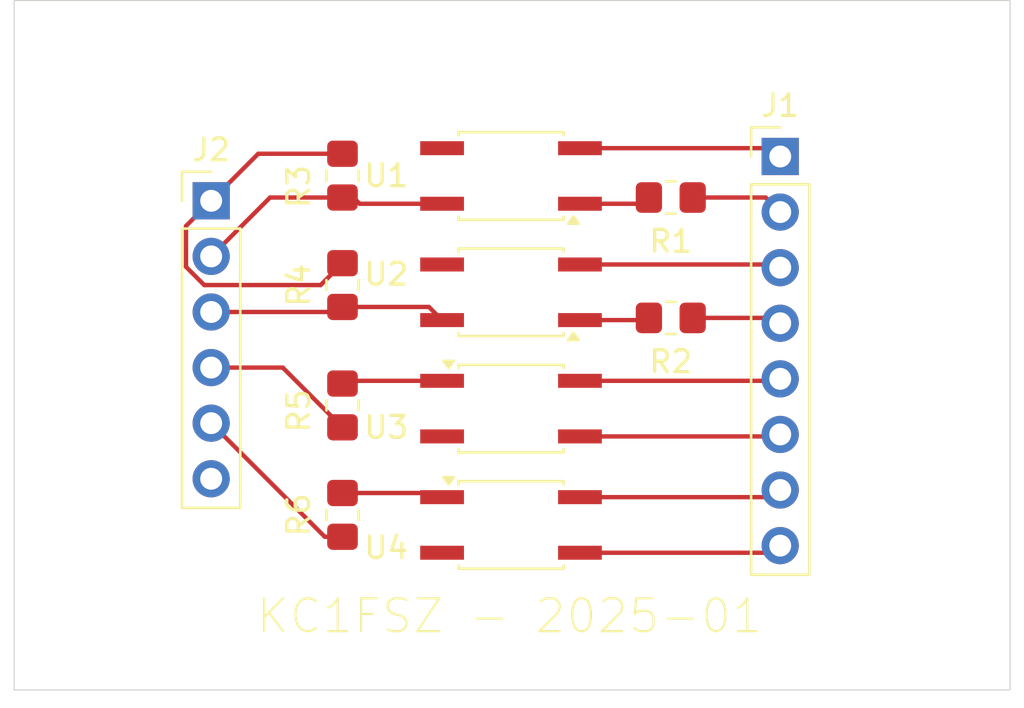
<source format=kicad_pcb>
(kicad_pcb (version 20240108) (generator "pcbnew") (generator_version "8.0")
  (layers (0 "F.Cu" signal) (31 "B.Cu" signal) (34 "B.Paste" user) (35 "F.Paste" user) (36 "B.SilkS" user "B.Silkscreen") (37 "F.SilkS" user "F.Silkscreen") (38 "B.Mask" user) (39 "F.Mask" user) (44 "Edge.Cuts" user))
  (net 0 "")
  (net 1 "RADIO0-PTT-N")
  (net 2 "RADIO1-PTT-P")
  (net 3 "RADIO1-PTT-N")
  (net 4 "RADIO0-COS-N")
  (net 5 "RADIO1-COS-N")
  (net 6 "RADIO1-COS-P")
  (net 7 "RADIO0-PTT-P")
  (net 8 "RADIO0-COS-P")
  (net 9 "PTT0")
  (net 10 "PTT1")
  (net 11 "GND")
  (net 12 "COS1")
  (net 13 "COS0")
  (net 14 "+3.3V")
  (net 15 "Net-(R1-Pad2)")
  (net 16 "Net-(R2-Pad2)")
  (net 17 "Net-(R5-Pad2)")
  (net 18 "Net-(R6-Pad2)")
  (footprint "Package_SO:SO-4_4.4x3.6mm_P2.54mm" (layer "F.Cu") (at 156.7 93.145)
    (property "Reference" "U3" (at -5.7 0.855 0) (layer "F.SilkS"))
    (property "Value" "LTV-356T")
    (fp_line (start -2.4 -2) (end 2.4 -2) (stroke (width 0.12)) (layer "F.SilkS"))
    (fp_line (start -2.4 -1.85) (end -2.4 -2) (stroke (width 0.12)) (layer "F.SilkS"))
    (fp_line (start -2.4 2) (end -2.4 1.85) (stroke (width 0.12)) (layer "F.SilkS"))
    (fp_line (start 2.4 -2) (end 2.4 -1.85) (stroke (width 0.12)) (layer "F.SilkS"))
    (fp_line (start 2.4 1.85) (end 2.4 2) (stroke (width 0.12)) (layer "F.SilkS"))
    (fp_line (start 2.4 2) (end -2.4 2) (stroke (width 0.12)) (layer "F.SilkS"))
    (fp_poly (pts (xy -2.85 -1.85) (xy -3.09 -2.18) (xy -2.61 -2.18) (xy -2.85 -1.85)) (stroke (width 0.12)) (fill solid) (layer "F.SilkS"))
    (pad "1" smd rect (at -3.15 -1.27) (size 2 0.64) (layers "F.Cu" "F.Paste" "F.Mask") (net 17 "Net-(R5-Pad2)"))
    (pad "2" smd rect (at -3.15 1.27) (size 2 0.64) (layers "F.Cu" "F.Paste" "F.Mask") (net 11 "GND"))
    (pad "3" smd rect (at 3.15 1.27) (size 2 0.64) (layers "F.Cu" "F.Paste" "F.Mask") (net 1 "RADIO0-PTT-N"))
    (pad "4" smd rect (at 3.15 -1.27) (size 2 0.64) (layers "F.Cu" "F.Paste" "F.Mask") (net 7 "RADIO0-PTT-P"))
  )
  (footprint "MountingHole:MountingHole_3.5mm" (layer "F.Cu") (at 175 79)
    (property "Reference" "H3" (hide yes))
    (property "Value" "MountingHole")
    (pad "" np_thru_hole circle (at 0 0) (size 3.5 3.5) (drill 3.5) (layers "*.Cu" "*.Mask"))
  )
  (footprint "Resistor_SMD:R_0805_2012Metric_Pad1.20x1.40mm_HandSolder" (layer "F.Cu") (at 164 89 180)
    (property "Reference" "R2" (at 0 -2 360) (layer "F.SilkS"))
    (property "Value" "220")
    (fp_line (start -0.227064 0.735) (end 0.227064 0.735) (stroke (width 0.12)) (layer "F.SilkS"))
    (fp_line (start -0.227064 -0.735) (end 0.227064 -0.735) (stroke (width 0.12)) (layer "F.SilkS"))
    (pad "1" smd roundrect (at -1 0 180) (size 1.2 1.4) (layers "F.Cu" "F.Paste" "F.Mask") (roundrect_rratio 0.208333) (net 6 "RADIO1-COS-P"))
    (pad "2" smd roundrect (at 1 0 180) (size 1.2 1.4) (layers "F.Cu" "F.Paste" "F.Mask") (roundrect_rratio 0.208333) (net 16 "Net-(R2-Pad2)"))
  )
  (footprint "Connector_PinHeader_2.54mm:PinHeader_1x06_P2.54mm_Vertical" (layer "F.Cu") (at 143 83.65)
    (property "Reference" "J2" (at 0 -2.33 0) (layer "F.SilkS"))
    (property "Value" "Conn_01x06")
    (fp_line (start -1.33 -1.33) (end 0 -1.33) (stroke (width 0.12)) (layer "F.SilkS"))
    (fp_line (start -1.33 0) (end -1.33 -1.33) (stroke (width 0.12)) (layer "F.SilkS"))
    (fp_line (start -1.33 1.27) (end -1.33 14.03) (stroke (width 0.12)) (layer "F.SilkS"))
    (fp_line (start -1.33 1.27) (end 1.33 1.27) (stroke (width 0.12)) (layer "F.SilkS"))
    (fp_line (start -1.33 14.03) (end 1.33 14.03) (stroke (width 0.12)) (layer "F.SilkS"))
    (fp_line (start 1.33 1.27) (end 1.33 14.03) (stroke (width 0.12)) (layer "F.SilkS"))
    (pad "1" thru_hole rect (at 0 0) (size 1.7 1.7) (drill 1) (layers "*.Cu" "*.Mask") (net 14 "+3.3V"))
    (pad "2" thru_hole oval (at 0 2.54) (size 1.7 1.7) (drill 1) (layers "*.Cu" "*.Mask") (net 13 "COS0"))
    (pad "3" thru_hole oval (at 0 5.08) (size 1.7 1.7) (drill 1) (layers "*.Cu" "*.Mask") (net 12 "COS1"))
    (pad "4" thru_hole oval (at 0 7.62) (size 1.7 1.7) (drill 1) (layers "*.Cu" "*.Mask") (net 9 "PTT0"))
    (pad "5" thru_hole oval (at 0 10.16) (size 1.7 1.7) (drill 1) (layers "*.Cu" "*.Mask") (net 10 "PTT1"))
    (pad "6" thru_hole oval (at 0 12.7) (size 1.7 1.7) (drill 1) (layers "*.Cu" "*.Mask") (net 11 "GND"))
  )
  (footprint "MountingHole:MountingHole_3.5mm" (layer "F.Cu") (at 138.5 101.5)
    (property "Reference" "H2" (hide yes))
    (property "Value" "MountingHole")
    (pad "" np_thru_hole circle (at 0 0) (size 3.5 3.5) (drill 3.5) (layers "*.Cu" "*.Mask"))
  )
  (footprint "Connector_PinHeader_2.54mm:PinHeader_1x08_P2.54mm_Vertical" (layer "F.Cu") (at 169 81.625)
    (property "Reference" "J1" (at 0 -2.33 0) (layer "F.SilkS"))
    (property "Value" "Conn_01x08")
    (fp_line (start -1.33 -1.33) (end 0 -1.33) (stroke (width 0.12)) (layer "F.SilkS"))
    (fp_line (start -1.33 0) (end -1.33 -1.33) (stroke (width 0.12)) (layer "F.SilkS"))
    (fp_line (start -1.33 1.27) (end -1.33 19.11) (stroke (width 0.12)) (layer "F.SilkS"))
    (fp_line (start -1.33 1.27) (end 1.33 1.27) (stroke (width 0.12)) (layer "F.SilkS"))
    (fp_line (start -1.33 19.11) (end 1.33 19.11) (stroke (width 0.12)) (layer "F.SilkS"))
    (fp_line (start 1.33 1.27) (end 1.33 19.11) (stroke (width 0.12)) (layer "F.SilkS"))
    (pad "1" thru_hole rect (at 0 0) (size 1.7 1.7) (drill 1) (layers "*.Cu" "*.Mask") (net 4 "RADIO0-COS-N"))
    (pad "2" thru_hole oval (at 0 2.54) (size 1.7 1.7) (drill 1) (layers "*.Cu" "*.Mask") (net 8 "RADIO0-COS-P"))
    (pad "3" thru_hole oval (at 0 5.08) (size 1.7 1.7) (drill 1) (layers "*.Cu" "*.Mask") (net 5 "RADIO1-COS-N"))
    (pad "4" thru_hole oval (at 0 7.62) (size 1.7 1.7) (drill 1) (layers "*.Cu" "*.Mask") (net 6 "RADIO1-COS-P"))
    (pad "5" thru_hole oval (at 0 10.16) (size 1.7 1.7) (drill 1) (layers "*.Cu" "*.Mask") (net 7 "RADIO0-PTT-P"))
    (pad "6" thru_hole oval (at 0 12.7) (size 1.7 1.7) (drill 1) (layers "*.Cu" "*.Mask") (net 1 "RADIO0-PTT-N"))
    (pad "7" thru_hole oval (at 0 15.24) (size 1.7 1.7) (drill 1) (layers "*.Cu" "*.Mask") (net 2 "RADIO1-PTT-P"))
    (pad "8" thru_hole oval (at 0 17.78) (size 1.7 1.7) (drill 1) (layers "*.Cu" "*.Mask") (net 3 "RADIO1-PTT-N"))
  )
  (footprint "Resistor_SMD:R_0805_2012Metric_Pad1.20x1.40mm_HandSolder" (layer "F.Cu") (at 149 82.5 -90)
    (property "Reference" "R3" (at 0.5 2 90) (layer "F.SilkS"))
    (property "Value" "1k")
    (fp_line (start -0.227064 0.735) (end 0.227064 0.735) (stroke (width 0.12)) (layer "F.SilkS"))
    (fp_line (start -0.227064 -0.735) (end 0.227064 -0.735) (stroke (width 0.12)) (layer "F.SilkS"))
    (pad "1" smd roundrect (at -1 0 270) (size 1.2 1.4) (layers "F.Cu" "F.Paste" "F.Mask") (roundrect_rratio 0.208333) (net 14 "+3.3V"))
    (pad "2" smd roundrect (at 1 0 270) (size 1.2 1.4) (layers "F.Cu" "F.Paste" "F.Mask") (roundrect_rratio 0.208333) (net 13 "COS0"))
  )
  (footprint "Resistor_SMD:R_0805_2012Metric_Pad1.20x1.40mm_HandSolder" (layer "F.Cu") (at 149 93 90)
    (property "Reference" "R5" (at -0.25 -2 90) (layer "F.SilkS"))
    (property "Value" "200")
    (fp_line (start -0.227064 -0.735) (end 0.227064 -0.735) (stroke (width 0.12)) (layer "F.SilkS"))
    (fp_line (start -0.227064 0.735) (end 0.227064 0.735) (stroke (width 0.12)) (layer "F.SilkS"))
    (pad "1" smd roundrect (at -1 0 90) (size 1.2 1.4) (layers "F.Cu" "F.Paste" "F.Mask") (roundrect_rratio 0.208333) (net 9 "PTT0"))
    (pad "2" smd roundrect (at 1 0 90) (size 1.2 1.4) (layers "F.Cu" "F.Paste" "F.Mask") (roundrect_rratio 0.208333) (net 17 "Net-(R5-Pad2)"))
  )
  (footprint "Resistor_SMD:R_0805_2012Metric_Pad1.20x1.40mm_HandSolder" (layer "F.Cu") (at 149 98 90)
    (property "Reference" "R6" (at 0 -2 90) (layer "F.SilkS"))
    (property "Value" "200")
    (fp_line (start -0.227064 -0.735) (end 0.227064 -0.735) (stroke (width 0.12)) (layer "F.SilkS"))
    (fp_line (start -0.227064 0.735) (end 0.227064 0.735) (stroke (width 0.12)) (layer "F.SilkS"))
    (pad "1" smd roundrect (at -1 0 90) (size 1.2 1.4) (layers "F.Cu" "F.Paste" "F.Mask") (roundrect_rratio 0.208333) (net 10 "PTT1"))
    (pad "2" smd roundrect (at 1 0 90) (size 1.2 1.4) (layers "F.Cu" "F.Paste" "F.Mask") (roundrect_rratio 0.208333) (net 18 "Net-(R6-Pad2)"))
  )
  (footprint "MountingHole:MountingHole_3.5mm" (layer "F.Cu") (at 175 101.5)
    (property "Reference" "H4" (hide yes))
    (property "Value" "MountingHole")
    (pad "" np_thru_hole circle (at 0 0) (size 3.5 3.5) (drill 3.5) (layers "*.Cu" "*.Mask"))
  )
  (footprint "MountingHole:MountingHole_3.5mm" (layer "F.Cu") (at 138.5 79)
    (property "Reference" "H1" (hide yes))
    (property "Value" "MountingHole")
    (pad "" np_thru_hole circle (at 0 0) (size 3.5 3.5) (drill 3.5) (layers "*.Cu" "*.Mask"))
  )
  (footprint "Package_SO:SO-4_4.4x3.6mm_P2.54mm" (layer "F.Cu") (at 156.7 87.83 180)
    (property "Reference" "U2" (at 5.7 0.83 360) (layer "F.SilkS"))
    (property "Value" "LTV-356T")
    (fp_line (start 2.4 2) (end -2.4 2) (stroke (width 0.12)) (layer "F.SilkS"))
    (fp_line (start 2.4 1.85) (end 2.4 2) (stroke (width 0.12)) (layer "F.SilkS"))
    (fp_line (start 2.4 -2) (end 2.4 -1.85) (stroke (width 0.12)) (layer "F.SilkS"))
    (fp_line (start -2.4 2) (end -2.4 1.85) (stroke (width 0.12)) (layer "F.SilkS"))
    (fp_line (start -2.4 -1.85) (end -2.4 -2) (stroke (width 0.12)) (layer "F.SilkS"))
    (fp_line (start -2.4 -2) (end 2.4 -2) (stroke (width 0.12)) (layer "F.SilkS"))
    (fp_poly (pts (xy -2.85 -1.85) (xy -3.09 -2.18) (xy -2.61 -2.18) (xy -2.85 -1.85)) (stroke (width 0.12)) (fill solid) (layer "F.SilkS"))
    (pad "1" smd rect (at -3.15 -1.27 180) (size 2 0.64) (layers "F.Cu" "F.Paste" "F.Mask") (net 16 "Net-(R2-Pad2)"))
    (pad "2" smd rect (at -3.15 1.27 180) (size 2 0.64) (layers "F.Cu" "F.Paste" "F.Mask") (net 5 "RADIO1-COS-N"))
    (pad "3" smd rect (at 3.15 1.27 180) (size 2 0.64) (layers "F.Cu" "F.Paste" "F.Mask") (net 11 "GND"))
    (pad "4" smd rect (at 3.15 -1.27 180) (size 2 0.64) (layers "F.Cu" "F.Paste" "F.Mask") (net 12 "COS1"))
  )
  (footprint "Package_SO:SO-4_4.4x3.6mm_P2.54mm" (layer "F.Cu") (at 156.7 82.515 180)
    (property "Reference" "U1" (at 5.7 0.015 360) (layer "F.SilkS"))
    (property "Value" "LTV-356T")
    (fp_line (start 2.4 2) (end -2.4 2) (stroke (width 0.12)) (layer "F.SilkS"))
    (fp_line (start 2.4 1.85) (end 2.4 2) (stroke (width 0.12)) (layer "F.SilkS"))
    (fp_line (start 2.4 -2) (end 2.4 -1.85) (stroke (width 0.12)) (layer "F.SilkS"))
    (fp_line (start -2.4 2) (end -2.4 1.85) (stroke (width 0.12)) (layer "F.SilkS"))
    (fp_line (start -2.4 -1.85) (end -2.4 -2) (stroke (width 0.12)) (layer "F.SilkS"))
    (fp_line (start -2.4 -2) (end 2.4 -2) (stroke (width 0.12)) (layer "F.SilkS"))
    (fp_poly (pts (xy -2.85 -1.85) (xy -3.09 -2.18) (xy -2.61 -2.18) (xy -2.85 -1.85)) (stroke (width 0.12)) (fill solid) (layer "F.SilkS"))
    (pad "1" smd rect (at -3.15 -1.27 180) (size 2 0.64) (layers "F.Cu" "F.Paste" "F.Mask") (net 15 "Net-(R1-Pad2)"))
    (pad "2" smd rect (at -3.15 1.27 180) (size 2 0.64) (layers "F.Cu" "F.Paste" "F.Mask") (net 4 "RADIO0-COS-N"))
    (pad "3" smd rect (at 3.15 1.27 180) (size 2 0.64) (layers "F.Cu" "F.Paste" "F.Mask") (net 11 "GND"))
    (pad "4" smd rect (at 3.15 -1.27 180) (size 2 0.64) (layers "F.Cu" "F.Paste" "F.Mask") (net 13 "COS0"))
  )
  (footprint "Resistor_SMD:R_0805_2012Metric_Pad1.20x1.40mm_HandSolder" (layer "F.Cu") (at 149 87.5 -90)
    (property "Reference" "R4" (at 0 2 90) (layer "F.SilkS"))
    (property "Value" "1k")
    (fp_line (start -0.227064 0.735) (end 0.227064 0.735) (stroke (width 0.12)) (layer "F.SilkS"))
    (fp_line (start -0.227064 -0.735) (end 0.227064 -0.735) (stroke (width 0.12)) (layer "F.SilkS"))
    (pad "1" smd roundrect (at -1 0 270) (size 1.2 1.4) (layers "F.Cu" "F.Paste" "F.Mask") (roundrect_rratio 0.208333) (net 14 "+3.3V"))
    (pad "2" smd roundrect (at 1 0 270) (size 1.2 1.4) (layers "F.Cu" "F.Paste" "F.Mask") (roundrect_rratio 0.208333) (net 12 "COS1"))
  )
  (footprint "Package_SO:SO-4_4.4x3.6mm_P2.54mm" (layer "F.Cu") (at 156.7 98.46)
    (property "Reference" "U4" (at -5.7 1.04 0) (layer "F.SilkS"))
    (property "Value" "LTV-356T")
    (fp_line (start -2.4 -2) (end 2.4 -2) (stroke (width 0.12)) (layer "F.SilkS"))
    (fp_line (start -2.4 -1.85) (end -2.4 -2) (stroke (width 0.12)) (layer "F.SilkS"))
    (fp_line (start -2.4 2) (end -2.4 1.85) (stroke (width 0.12)) (layer "F.SilkS"))
    (fp_line (start 2.4 -2) (end 2.4 -1.85) (stroke (width 0.12)) (layer "F.SilkS"))
    (fp_line (start 2.4 1.85) (end 2.4 2) (stroke (width 0.12)) (layer "F.SilkS"))
    (fp_line (start 2.4 2) (end -2.4 2) (stroke (width 0.12)) (layer "F.SilkS"))
    (fp_poly (pts (xy -2.85 -1.85) (xy -3.09 -2.18) (xy -2.61 -2.18) (xy -2.85 -1.85)) (stroke (width 0.12)) (fill solid) (layer "F.SilkS"))
    (pad "1" smd rect (at -3.15 -1.27) (size 2 0.64) (layers "F.Cu" "F.Paste" "F.Mask") (net 18 "Net-(R6-Pad2)"))
    (pad "2" smd rect (at -3.15 1.27) (size 2 0.64) (layers "F.Cu" "F.Paste" "F.Mask") (net 11 "GND"))
    (pad "3" smd rect (at 3.15 1.27) (size 2 0.64) (layers "F.Cu" "F.Paste" "F.Mask") (net 3 "RADIO1-PTT-N"))
    (pad "4" smd rect (at 3.15 -1.27) (size 2 0.64) (layers "F.Cu" "F.Paste" "F.Mask") (net 2 "RADIO1-PTT-P"))
  )
  (footprint "Resistor_SMD:R_0805_2012Metric_Pad1.20x1.40mm_HandSolder" (layer "F.Cu") (at 164 83.5 180)
    (property "Reference" "R1" (at 0 -2 360) (layer "F.SilkS"))
    (property "Value" "220")
    (fp_line (start -0.227064 0.735) (end 0.227064 0.735) (stroke (width 0.12)) (layer "F.SilkS"))
    (fp_line (start -0.227064 -0.735) (end 0.227064 -0.735) (stroke (width 0.12)) (layer "F.SilkS"))
    (pad "1" smd roundrect (at -1 0 180) (size 1.2 1.4) (layers "F.Cu" "F.Paste" "F.Mask") (roundrect_rratio 0.208333) (net 8 "RADIO0-COS-P"))
    (pad "2" smd roundrect (at 1 0 180) (size 1.2 1.4) (layers "F.Cu" "F.Paste" "F.Mask") (roundrect_rratio 0.208333) (net 15 "Net-(R1-Pad2)"))
  )
  (gr_rect (start 134 74.5) (end 179.5 106) (stroke (width 0.05)) (fill none) (layer "Edge.Cuts"))
  (gr_text "KC1FSZ - 2025-01" (at 145 103.5 0) (layer "F.SilkS") (effects (font (size 1.5 1.5) (thickness 0.1)) (justify left bottom)))
  (segment (start 168.91 94.415) (end 169 94.325) (width 0.2) (layer "F.Cu") (net 1))
  (segment (start 159.85 94.415) (end 168.91 94.415) (width 0.2) (layer "F.Cu") (net 1))
  (segment (start 168.675 97.19) (end 169 96.865) (width 0.2) (layer "F.Cu") (net 2))
  (segment (start 159.85 97.19) (end 168.675 97.19) (width 0.2) (layer "F.Cu") (net 2))
  (segment (start 168.675 99.73) (end 169 99.405) (width 0.2) (layer "F.Cu") (net 3))
  (segment (start 159.85 99.73) (end 168.675 99.73) (width 0.2) (layer "F.Cu") (net 3))
  (segment (start 168.62 81.245) (end 169 81.625) (width 0.2) (layer "F.Cu") (net 4))
  (segment (start 159.85 81.245) (end 168.62 81.245) (width 0.2) (layer "F.Cu") (net 4))
  (segment (start 168.855 86.56) (end 169 86.705) (width 0.2) (layer "F.Cu") (net 5))
  (segment (start 159.85 86.56) (end 168.855 86.56) (width 0.2) (layer "F.Cu") (net 5))
  (segment (start 165 89) (end 168.755 89) (width 0.2) (layer "F.Cu") (net 6))
  (segment (start 168.755 89) (end 169 89.245) (width 0.2) (layer "F.Cu") (net 6))
  (segment (start 159.85 91.875) (end 168.91 91.875) (width 0.2) (layer "F.Cu") (net 7))
  (segment (start 168.91 91.875) (end 169 91.785) (width 0.2) (layer "F.Cu") (net 7))
  (segment (start 165 83.5) (end 168.335 83.5) (width 0.2) (layer "F.Cu") (net 8))
  (segment (start 168.335 83.5) (end 169 84.165) (width 0.2) (layer "F.Cu") (net 8))
  (segment (start 143 91.27) (end 146.27 91.27) (width 0.2) (layer "F.Cu") (net 9))
  (segment (start 146.27 91.27) (end 149 94) (width 0.2) (layer "F.Cu") (net 9))
  (segment (start 148.19 99) (end 149 99) (width 0.2) (layer "F.Cu") (net 10))
  (segment (start 143 93.81) (end 148.19 99) (width 0.2) (layer "F.Cu") (net 10))
  (segment (start 148.77 88.73) (end 149 88.5) (width 0.2) (layer "F.Cu") (net 12))
  (segment (start 152.95 88.5) (end 153.55 89.1) (width 0.2) (layer "F.Cu") (net 12))
  (segment (start 143 88.73) (end 148.77 88.73) (width 0.2) (layer "F.Cu") (net 12))
  (segment (start 149 88.5) (end 152.95 88.5) (width 0.2) (layer "F.Cu") (net 12))
  (segment (start 149.5 83.5) (end 149.785 83.785) (width 0.2) (layer "F.Cu") (net 13))
  (segment (start 143 86.19) (end 145.69 83.5) (width 0.2) (layer "F.Cu") (net 13))
  (segment (start 149 83.5) (end 149.5 83.5) (width 0.2) (layer "F.Cu") (net 13))
  (segment (start 145.69 83.5) (end 149 83.5) (width 0.2) (layer "F.Cu") (net 13))
  (segment (start 149.785 83.785) (end 153.55 83.785) (width 0.2) (layer "F.Cu") (net 13))
  (segment (start 148 87.5) (end 149 86.5) (width 0.2) (layer "F.Cu") (net 14))
  (segment (start 143 83.65) (end 145.15 81.5) (width 0.2) (layer "F.Cu") (net 14))
  (segment (start 141.85 86.666346) (end 142.683654 87.5) (width 0.2) (layer "F.Cu") (net 14))
  (segment (start 142.683654 87.5) (end 148 87.5) (width 0.2) (layer "F.Cu") (net 14))
  (segment (start 145.15 81.5) (end 149 81.5) (width 0.2) (layer "F.Cu") (net 14))
  (segment (start 143 83.65) (end 141.85 84.8) (width 0.2) (layer "F.Cu") (net 14))
  (segment (start 141.85 84.8) (end 141.85 86.666346) (width 0.2) (layer "F.Cu") (net 14))
  (segment (start 159.85 83.785) (end 162.715 83.785) (width 0.2) (layer "F.Cu") (net 15))
  (segment (start 162.715 83.785) (end 163 83.5) (width 0.2) (layer "F.Cu") (net 15))
  (segment (start 159.85 89.1) (end 162.9 89.1) (width 0.2) (layer "F.Cu") (net 16))
  (segment (start 162.9 89.1) (end 163 89) (width 0.2) (layer "F.Cu") (net 16))
  (segment (start 149 92) (end 149.5 92) (width 0.2) (layer "F.Cu") (net 17))
  (segment (start 149.5 92) (end 149.625 91.875) (width 0.2) (layer "F.Cu") (net 17))
  (segment (start 149.625 91.875) (end 153.55 91.875) (width 0.2) (layer "F.Cu") (net 17))
  (segment (start 149 97) (end 153.36 97) (width 0.2) (layer "F.Cu") (net 18))
  (segment (start 153.36 97) (end 153.55 97.19) (width 0.2) (layer "F.Cu") (net 18))
)
</source>
